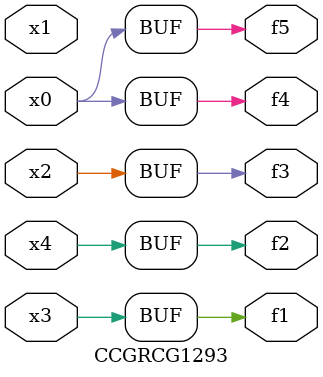
<source format=v>
module CCGRCG1293(
	input x0, x1, x2, x3, x4,
	output f1, f2, f3, f4, f5
);
	assign f1 = x3;
	assign f2 = x4;
	assign f3 = x2;
	assign f4 = x0;
	assign f5 = x0;
endmodule

</source>
